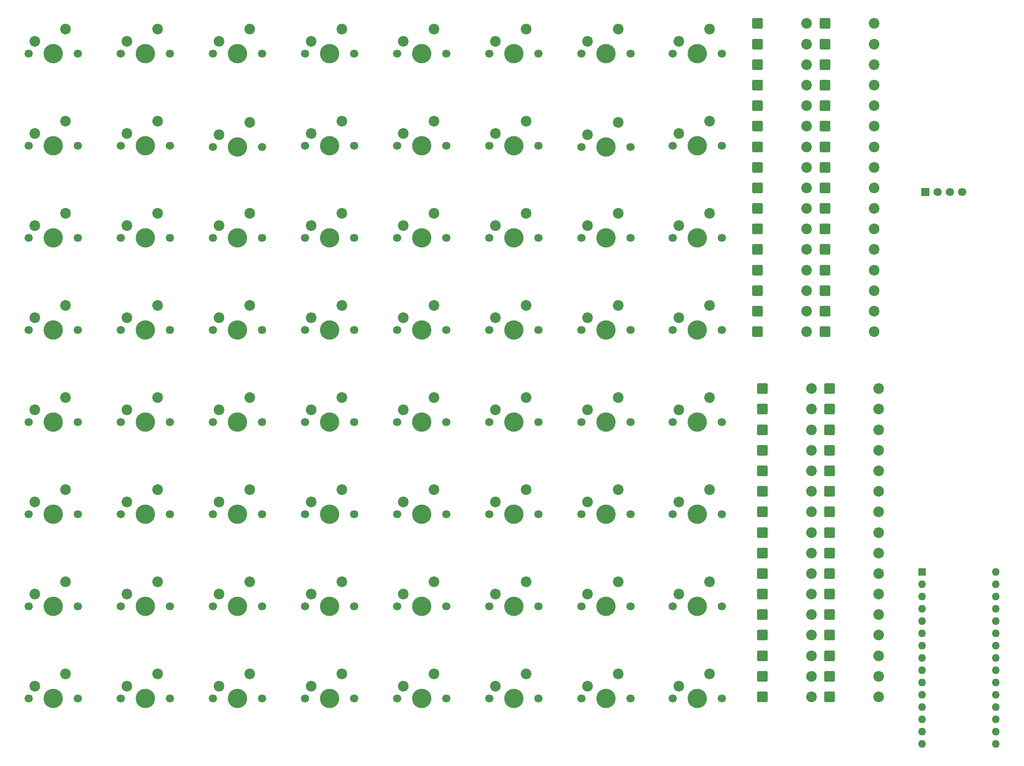
<source format=gbr>
%TF.GenerationSoftware,KiCad,Pcbnew,9.0.7*%
%TF.CreationDate,2026-02-25T16:19:16+04:00*%
%TF.ProjectId,Launchpad v1,4c61756e-6368-4706-9164-2076312e6b69,rev?*%
%TF.SameCoordinates,Original*%
%TF.FileFunction,Soldermask,Bot*%
%TF.FilePolarity,Negative*%
%FSLAX46Y46*%
G04 Gerber Fmt 4.6, Leading zero omitted, Abs format (unit mm)*
G04 Created by KiCad (PCBNEW 9.0.7) date 2026-02-25 16:19:16*
%MOMM*%
%LPD*%
G01*
G04 APERTURE LIST*
G04 Aperture macros list*
%AMRoundRect*
0 Rectangle with rounded corners*
0 $1 Rounding radius*
0 $2 $3 $4 $5 $6 $7 $8 $9 X,Y pos of 4 corners*
0 Add a 4 corners polygon primitive as box body*
4,1,4,$2,$3,$4,$5,$6,$7,$8,$9,$2,$3,0*
0 Add four circle primitives for the rounded corners*
1,1,$1+$1,$2,$3*
1,1,$1+$1,$4,$5*
1,1,$1+$1,$6,$7*
1,1,$1+$1,$8,$9*
0 Add four rect primitives between the rounded corners*
20,1,$1+$1,$2,$3,$4,$5,0*
20,1,$1+$1,$4,$5,$6,$7,0*
20,1,$1+$1,$6,$7,$8,$9,0*
20,1,$1+$1,$8,$9,$2,$3,0*%
G04 Aperture macros list end*
%ADD10RoundRect,0.249999X-0.850001X-0.850001X0.850001X-0.850001X0.850001X0.850001X-0.850001X0.850001X0*%
%ADD11C,2.200000*%
%ADD12C,1.700000*%
%ADD13C,4.000000*%
%ADD14RoundRect,0.170000X-0.680000X-0.680000X0.680000X-0.680000X0.680000X0.680000X-0.680000X0.680000X0*%
%ADD15R,1.600000X1.600000*%
%ADD16O,1.600000X1.600000*%
G04 APERTURE END LIST*
D10*
%TO.C,D49*%
X191868800Y-100193700D03*
D11*
X202028800Y-100193700D03*
%TD*%
D10*
%TO.C,D50*%
X191868800Y-104443700D03*
D11*
X202028800Y-104443700D03*
%TD*%
D10*
%TO.C,D55*%
X191868800Y-125693700D03*
D11*
X202028800Y-125693700D03*
%TD*%
D10*
%TO.C,D51*%
X191868800Y-108693700D03*
D11*
X202028800Y-108693700D03*
%TD*%
D10*
%TO.C,D54*%
X191868800Y-121443700D03*
D11*
X202028800Y-121443700D03*
%TD*%
D10*
%TO.C,D56*%
X191868800Y-129943700D03*
D11*
X202028800Y-129943700D03*
%TD*%
D10*
%TO.C,D63*%
X191868800Y-159693700D03*
D11*
X202028800Y-159693700D03*
%TD*%
D10*
%TO.C,D52*%
X191868800Y-112943700D03*
D11*
X202028800Y-112943700D03*
%TD*%
D10*
%TO.C,D53*%
X191868800Y-117193700D03*
D11*
X202028800Y-117193700D03*
%TD*%
D10*
%TO.C,D60*%
X191868800Y-146943700D03*
D11*
X202028800Y-146943700D03*
%TD*%
D10*
%TO.C,D61*%
X191868800Y-151193700D03*
D11*
X202028800Y-151193700D03*
%TD*%
D10*
%TO.C,D57*%
X191868800Y-134193700D03*
D11*
X202028800Y-134193700D03*
%TD*%
D10*
%TO.C,D58*%
X191868800Y-138443700D03*
D11*
X202028800Y-138443700D03*
%TD*%
D10*
%TO.C,D59*%
X191868800Y-142693700D03*
D11*
X202028800Y-142693700D03*
%TD*%
D10*
%TO.C,D62*%
X191868800Y-155443700D03*
D11*
X202028800Y-155443700D03*
%TD*%
%TO.C,SW59*%
X160710000Y-66516200D03*
X167060000Y-63976200D03*
D12*
X169600000Y-69056200D03*
D13*
X164520000Y-69056200D03*
D12*
X159440000Y-69056200D03*
%TD*%
%TO.C,SW57*%
X159440000Y-30956200D03*
D13*
X164520000Y-30956200D03*
D12*
X169600000Y-30956200D03*
D11*
X167060000Y-25876200D03*
X160710000Y-28416200D03*
%TD*%
D12*
%TO.C,SW58*%
X159440000Y-50006200D03*
D13*
X164520000Y-50006200D03*
D12*
X169600000Y-50006200D03*
D11*
X167060000Y-44926200D03*
X160710000Y-47466200D03*
%TD*%
%TO.C,SW60*%
X160710000Y-85566200D03*
X167060000Y-83026200D03*
D12*
X169600000Y-88106200D03*
D13*
X164520000Y-88106200D03*
D12*
X159440000Y-88106200D03*
%TD*%
D11*
%TO.C,D31*%
X201037500Y-84187500D03*
D10*
X190877500Y-84187500D03*
%TD*%
D11*
%TO.C,D35*%
X188118800Y-108693700D03*
D10*
X177958800Y-108693700D03*
%TD*%
D11*
%TO.C,D33*%
X188118800Y-100193700D03*
D10*
X177958800Y-100193700D03*
%TD*%
D11*
%TO.C,D40*%
X188118800Y-129943700D03*
D10*
X177958800Y-129943700D03*
%TD*%
D11*
%TO.C,D38*%
X188118800Y-121443700D03*
D10*
X177958800Y-121443700D03*
%TD*%
D11*
%TO.C,D43*%
X188118800Y-142693700D03*
D10*
X177958800Y-142693700D03*
%TD*%
D11*
%TO.C,D34*%
X188118800Y-104443700D03*
D10*
X177958800Y-104443700D03*
%TD*%
D11*
%TO.C,D36*%
X188118800Y-112943700D03*
D10*
X177958800Y-112943700D03*
%TD*%
D11*
%TO.C,D30*%
X201037500Y-79937500D03*
D10*
X190877500Y-79937500D03*
%TD*%
D11*
%TO.C,D32*%
X201037500Y-88437500D03*
D10*
X190877500Y-88437500D03*
%TD*%
D11*
%TO.C,D37*%
X188118800Y-117193700D03*
D10*
X177958800Y-117193700D03*
%TD*%
D11*
%TO.C,D39*%
X188118800Y-125693700D03*
D10*
X177958800Y-125693700D03*
%TD*%
D11*
%TO.C,D41*%
X188118800Y-134193700D03*
D10*
X177958800Y-134193700D03*
%TD*%
D11*
%TO.C,D42*%
X188118800Y-138443700D03*
D10*
X177958800Y-138443700D03*
%TD*%
D11*
%TO.C,D48*%
X188118800Y-163943700D03*
D10*
X177958800Y-163943700D03*
%TD*%
D11*
%TO.C,D44*%
X188118800Y-146943700D03*
D10*
X177958800Y-146943700D03*
%TD*%
D11*
%TO.C,D47*%
X188118800Y-159693700D03*
D10*
X177958800Y-159693700D03*
%TD*%
D11*
%TO.C,D46*%
X188118800Y-155443700D03*
D10*
X177958800Y-155443700D03*
%TD*%
D11*
%TO.C,D45*%
X188118800Y-151193700D03*
D10*
X177958800Y-151193700D03*
%TD*%
D11*
%TO.C,D64*%
X202028800Y-163943700D03*
D10*
X191868800Y-163943700D03*
%TD*%
D11*
%TO.C,D1*%
X187127500Y-24687500D03*
D10*
X176967500Y-24687500D03*
%TD*%
D11*
%TO.C,D5*%
X187127500Y-41687500D03*
D10*
X176967500Y-41687500D03*
%TD*%
D11*
%TO.C,D2*%
X187127500Y-28937500D03*
D10*
X176967500Y-28937500D03*
%TD*%
D11*
%TO.C,D8*%
X187127500Y-54437500D03*
D10*
X176967500Y-54437500D03*
%TD*%
D11*
%TO.C,D3*%
X187127500Y-33187500D03*
D10*
X176967500Y-33187500D03*
%TD*%
D11*
%TO.C,D4*%
X187127500Y-37437500D03*
D10*
X176967500Y-37437500D03*
%TD*%
D11*
%TO.C,D6*%
X187127500Y-45937500D03*
D10*
X176967500Y-45937500D03*
%TD*%
D11*
%TO.C,D7*%
X187127500Y-50187500D03*
D10*
X176967500Y-50187500D03*
%TD*%
D11*
%TO.C,D12*%
X187127500Y-71437500D03*
D10*
X176967500Y-71437500D03*
%TD*%
D11*
%TO.C,D13*%
X187127500Y-75687500D03*
D10*
X176967500Y-75687500D03*
%TD*%
D11*
%TO.C,D19*%
X201037500Y-33187500D03*
D10*
X190877500Y-33187500D03*
%TD*%
D11*
%TO.C,D17*%
X201037500Y-24687500D03*
D10*
X190877500Y-24687500D03*
%TD*%
D11*
%TO.C,D15*%
X187127500Y-84187500D03*
D10*
X176967500Y-84187500D03*
%TD*%
D11*
%TO.C,D14*%
X187127500Y-79937500D03*
D10*
X176967500Y-79937500D03*
%TD*%
D11*
%TO.C,D9*%
X187127500Y-58687500D03*
D10*
X176967500Y-58687500D03*
%TD*%
D11*
%TO.C,D10*%
X187127500Y-62937500D03*
D10*
X176967500Y-62937500D03*
%TD*%
D11*
%TO.C,D11*%
X187127500Y-67187500D03*
D10*
X176967500Y-67187500D03*
%TD*%
D11*
%TO.C,D16*%
X187127500Y-88437500D03*
D10*
X176967500Y-88437500D03*
%TD*%
D11*
%TO.C,D18*%
X201037500Y-28937500D03*
D10*
X190877500Y-28937500D03*
%TD*%
D11*
%TO.C,D24*%
X201037500Y-54437500D03*
D10*
X190877500Y-54437500D03*
%TD*%
D11*
%TO.C,D23*%
X201037500Y-50187500D03*
D10*
X190877500Y-50187500D03*
%TD*%
D11*
%TO.C,D26*%
X201037500Y-62937500D03*
D10*
X190877500Y-62937500D03*
%TD*%
D11*
%TO.C,D21*%
X201037500Y-41687500D03*
D10*
X190877500Y-41687500D03*
%TD*%
D11*
%TO.C,D22*%
X201037500Y-45937500D03*
D10*
X190877500Y-45937500D03*
%TD*%
D11*
%TO.C,D27*%
X201037500Y-67187500D03*
D10*
X190877500Y-67187500D03*
%TD*%
D11*
%TO.C,D28*%
X201037500Y-71437500D03*
D10*
X190877500Y-71437500D03*
%TD*%
D11*
%TO.C,D20*%
X201037500Y-37437500D03*
D10*
X190877500Y-37437500D03*
%TD*%
D11*
%TO.C,D25*%
X201037500Y-58687500D03*
D10*
X190877500Y-58687500D03*
%TD*%
D11*
%TO.C,D29*%
X201037500Y-75687500D03*
D10*
X190877500Y-75687500D03*
%TD*%
D12*
%TO.C,SW61*%
X159440000Y-107156200D03*
D13*
X164520000Y-107156200D03*
D12*
X169600000Y-107156200D03*
D11*
X167060000Y-102076200D03*
X160710000Y-104616200D03*
%TD*%
D12*
%TO.C,SW63*%
X159440000Y-145256200D03*
D13*
X164520000Y-145256200D03*
D12*
X169600000Y-145256200D03*
D11*
X167060000Y-140176200D03*
X160710000Y-142716200D03*
%TD*%
D12*
%TO.C,SW62*%
X159440000Y-126206200D03*
D13*
X164520000Y-126206200D03*
D12*
X169600000Y-126206200D03*
D11*
X167060000Y-121126200D03*
X160710000Y-123666200D03*
%TD*%
D12*
%TO.C,SW64*%
X159440000Y-164306200D03*
D13*
X164520000Y-164306200D03*
D12*
X169600000Y-164306200D03*
D11*
X167060000Y-159226200D03*
X160710000Y-161766200D03*
%TD*%
%TO.C,SW48*%
X122713800Y-161766200D03*
X129063800Y-159226200D03*
D12*
X131603800Y-164306200D03*
D13*
X126523800Y-164306200D03*
D12*
X121443800Y-164306200D03*
%TD*%
D11*
%TO.C,SW47*%
X122713800Y-142716200D03*
X129063800Y-140176200D03*
D12*
X131603800Y-145256200D03*
D13*
X126523800Y-145256200D03*
D12*
X121443800Y-145256200D03*
%TD*%
D11*
%TO.C,SW46*%
X122713800Y-123666200D03*
X129063800Y-121126200D03*
D12*
X131603800Y-126206200D03*
D13*
X126523800Y-126206200D03*
D12*
X121443800Y-126206200D03*
%TD*%
D11*
%TO.C,SW45*%
X122713800Y-104616200D03*
X129063800Y-102076200D03*
D12*
X131603800Y-107156200D03*
D13*
X126523800Y-107156200D03*
D12*
X121443800Y-107156200D03*
%TD*%
D11*
%TO.C,SW43*%
X122713800Y-66516200D03*
X129063800Y-63976200D03*
D12*
X131603800Y-69056200D03*
D13*
X126523800Y-69056200D03*
D12*
X121443800Y-69056200D03*
%TD*%
D11*
%TO.C,SW39*%
X103663800Y-142716200D03*
X110013800Y-140176200D03*
D12*
X112553800Y-145256200D03*
D13*
X107473800Y-145256200D03*
D12*
X102393800Y-145256200D03*
%TD*%
D11*
%TO.C,SW38*%
X103663800Y-123666200D03*
X110013800Y-121126200D03*
D12*
X112553800Y-126206200D03*
D13*
X107473800Y-126206200D03*
D12*
X102393800Y-126206200D03*
%TD*%
D11*
%TO.C,SW37*%
X103663800Y-104616200D03*
X110013800Y-102076200D03*
D12*
X112553800Y-107156200D03*
D13*
X107473800Y-107156200D03*
D12*
X102393800Y-107156200D03*
%TD*%
D11*
%TO.C,SW35*%
X103663800Y-66516200D03*
X110013800Y-63976200D03*
D12*
X112553800Y-69056200D03*
D13*
X107473800Y-69056200D03*
D12*
X102393800Y-69056200D03*
%TD*%
D11*
%TO.C,SW32*%
X84613800Y-161766200D03*
X90963800Y-159226200D03*
D12*
X93503800Y-164306200D03*
D13*
X88423800Y-164306200D03*
D12*
X83343800Y-164306200D03*
%TD*%
D11*
%TO.C,SW41*%
X122713800Y-28416200D03*
X129063800Y-25876200D03*
D12*
X131603800Y-30956200D03*
D13*
X126523800Y-30956200D03*
D12*
X121443800Y-30956200D03*
%TD*%
D11*
%TO.C,SW44*%
X122713800Y-85566200D03*
X129063800Y-83026200D03*
D12*
X131603800Y-88106200D03*
D13*
X126523800Y-88106200D03*
D12*
X121443800Y-88106200D03*
%TD*%
D11*
%TO.C,SW42*%
X122713800Y-47466200D03*
X129063800Y-44926200D03*
D12*
X131603800Y-50006200D03*
D13*
X126523800Y-50006200D03*
D12*
X121443800Y-50006200D03*
%TD*%
D11*
%TO.C,SW40*%
X103663800Y-161766200D03*
X110013800Y-159226200D03*
D12*
X112553800Y-164306200D03*
D13*
X107473800Y-164306200D03*
D12*
X102393800Y-164306200D03*
%TD*%
D11*
%TO.C,SW34*%
X103663800Y-47466200D03*
X110013800Y-44926200D03*
D12*
X112553800Y-50006200D03*
D13*
X107473800Y-50006200D03*
D12*
X102393800Y-50006200D03*
%TD*%
D11*
%TO.C,SW30*%
X84613800Y-123666200D03*
X90963800Y-121126200D03*
D12*
X93503800Y-126206200D03*
D13*
X88423800Y-126206200D03*
D12*
X83343800Y-126206200D03*
%TD*%
D11*
%TO.C,SW36*%
X103663800Y-85566200D03*
X110013800Y-83026200D03*
D12*
X112553800Y-88106200D03*
D13*
X107473800Y-88106200D03*
D12*
X102393800Y-88106200D03*
%TD*%
D11*
%TO.C,SW33*%
X103663800Y-28416200D03*
X110013800Y-25876200D03*
D12*
X112553800Y-30956200D03*
D13*
X107473800Y-30956200D03*
D12*
X102393800Y-30956200D03*
%TD*%
D11*
%TO.C,SW31*%
X84613800Y-142716200D03*
X90963800Y-140176200D03*
D12*
X93503800Y-145256200D03*
D13*
X88423800Y-145256200D03*
D12*
X83343800Y-145256200D03*
%TD*%
D11*
%TO.C,SW29*%
X84613800Y-104616200D03*
X90963800Y-102076200D03*
D12*
X93503800Y-107156200D03*
D13*
X88423800Y-107156200D03*
D12*
X83343800Y-107156200D03*
%TD*%
D11*
%TO.C,SW26*%
X84613800Y-47466200D03*
X90963800Y-44926200D03*
D12*
X93503800Y-50006200D03*
D13*
X88423800Y-50006200D03*
D12*
X83343800Y-50006200D03*
%TD*%
D11*
%TO.C,SW25*%
X84613800Y-28416200D03*
X90963800Y-25876200D03*
D12*
X93503800Y-30956200D03*
D13*
X88423800Y-30956200D03*
D12*
X83343800Y-30956200D03*
%TD*%
D11*
%TO.C,SW28*%
X84613800Y-85566200D03*
X90963800Y-83026200D03*
D12*
X93503800Y-88106200D03*
D13*
X88423800Y-88106200D03*
D12*
X83343800Y-88106200D03*
%TD*%
D11*
%TO.C,SW27*%
X84613800Y-66516200D03*
X90963800Y-63976200D03*
D12*
X93503800Y-69056200D03*
D13*
X88423800Y-69056200D03*
D12*
X83343800Y-69056200D03*
%TD*%
D11*
%TO.C,SW22*%
X65563800Y-123666200D03*
X71913800Y-121126200D03*
D12*
X74453800Y-126206200D03*
D13*
X69373800Y-126206200D03*
D12*
X64293800Y-126206200D03*
%TD*%
D11*
%TO.C,SW19*%
X65563800Y-66516200D03*
X71913800Y-63976200D03*
D12*
X74453800Y-69056200D03*
D13*
X69373800Y-69056200D03*
D12*
X64293800Y-69056200D03*
%TD*%
D11*
%TO.C,SW24*%
X65563800Y-161766200D03*
X71913800Y-159226200D03*
D12*
X74453800Y-164306200D03*
D13*
X69373800Y-164306200D03*
D12*
X64293800Y-164306200D03*
%TD*%
D11*
%TO.C,SW16*%
X46513800Y-161766200D03*
X52863800Y-159226200D03*
D12*
X55403800Y-164306200D03*
D13*
X50323800Y-164306200D03*
D12*
X45243800Y-164306200D03*
%TD*%
D11*
%TO.C,SW21*%
X65563800Y-104616200D03*
X71913800Y-102076200D03*
D12*
X74453800Y-107156200D03*
D13*
X69373800Y-107156200D03*
D12*
X64293800Y-107156200D03*
%TD*%
D11*
%TO.C,SW18*%
X65563800Y-47681200D03*
X71913800Y-45141200D03*
D12*
X74453800Y-50221200D03*
D13*
X69373800Y-50221200D03*
D12*
X64293800Y-50221200D03*
%TD*%
D11*
%TO.C,SW17*%
X65563800Y-28416200D03*
X71913800Y-25876200D03*
D12*
X74453800Y-30956200D03*
D13*
X69373800Y-30956200D03*
D12*
X64293800Y-30956200D03*
%TD*%
D11*
%TO.C,SW23*%
X65563800Y-142716200D03*
X71913800Y-140176200D03*
D12*
X74453800Y-145256200D03*
D13*
X69373800Y-145256200D03*
D12*
X64293800Y-145256200D03*
%TD*%
D11*
%TO.C,SW20*%
X65563800Y-85566200D03*
X71913800Y-83026200D03*
D12*
X74453800Y-88106200D03*
D13*
X69373800Y-88106200D03*
D12*
X64293800Y-88106200D03*
%TD*%
D11*
%TO.C,SW15*%
X46513800Y-142716200D03*
X52863800Y-140176200D03*
D12*
X55403800Y-145256200D03*
D13*
X50323800Y-145256200D03*
D12*
X45243800Y-145256200D03*
%TD*%
D11*
%TO.C,SW14*%
X46513800Y-123666200D03*
X52863800Y-121126200D03*
D12*
X55403800Y-126206200D03*
D13*
X50323800Y-126206200D03*
D12*
X45243800Y-126206200D03*
%TD*%
D11*
%TO.C,SW12*%
X46513800Y-85566200D03*
X52863800Y-83026200D03*
D12*
X55403800Y-88106200D03*
D13*
X50323800Y-88106200D03*
D12*
X45243800Y-88106200D03*
%TD*%
D11*
%TO.C,SW11*%
X46513800Y-66516200D03*
X52863800Y-63976200D03*
D12*
X55403800Y-69056200D03*
D13*
X50323800Y-69056200D03*
D12*
X45243800Y-69056200D03*
%TD*%
D11*
%TO.C,SW9*%
X46513800Y-28416200D03*
X52863800Y-25876200D03*
D12*
X55403800Y-30956200D03*
D13*
X50323800Y-30956200D03*
D12*
X45243800Y-30956200D03*
%TD*%
D11*
%TO.C,SW8*%
X27463800Y-161766200D03*
X33813800Y-159226200D03*
D12*
X36353800Y-164306200D03*
D13*
X31273800Y-164306200D03*
D12*
X26193800Y-164306200D03*
%TD*%
D11*
%TO.C,SW4*%
X27463800Y-85566200D03*
X33813800Y-83026200D03*
D12*
X36353800Y-88106200D03*
D13*
X31273800Y-88106200D03*
D12*
X26193800Y-88106200D03*
%TD*%
D11*
%TO.C,SW7*%
X27463800Y-142716200D03*
X33813800Y-140176200D03*
D12*
X36353800Y-145256200D03*
D13*
X31273800Y-145256200D03*
D12*
X26193800Y-145256200D03*
%TD*%
D11*
%TO.C,SW6*%
X27463800Y-123666200D03*
X33813800Y-121126200D03*
D12*
X36353800Y-126206200D03*
D13*
X31273800Y-126206200D03*
D12*
X26193800Y-126206200D03*
%TD*%
D11*
%TO.C,SW13*%
X46513800Y-104616200D03*
X52863800Y-102076200D03*
D12*
X55403800Y-107156200D03*
D13*
X50323800Y-107156200D03*
D12*
X45243800Y-107156200D03*
%TD*%
D11*
%TO.C,SW2*%
X27463800Y-47466200D03*
X33813800Y-44926200D03*
D12*
X36353800Y-50006200D03*
D13*
X31273800Y-50006200D03*
D12*
X26193800Y-50006200D03*
%TD*%
D11*
%TO.C,SW10*%
X46513800Y-47466200D03*
X52863800Y-44926200D03*
D12*
X55403800Y-50006200D03*
D13*
X50323800Y-50006200D03*
D12*
X45243800Y-50006200D03*
%TD*%
D11*
%TO.C,SW5*%
X27463800Y-104616200D03*
X33813800Y-102076200D03*
D12*
X36353800Y-107156200D03*
D13*
X31273800Y-107156200D03*
D12*
X26193800Y-107156200D03*
%TD*%
D11*
%TO.C,SW3*%
X27463800Y-66516200D03*
X33813800Y-63976200D03*
D12*
X36353800Y-69056200D03*
D13*
X31273800Y-69056200D03*
D12*
X26193800Y-69056200D03*
%TD*%
D11*
%TO.C,SW1*%
X27463800Y-28416200D03*
X33813800Y-25876200D03*
D12*
X36353800Y-30956200D03*
D13*
X31273800Y-30956200D03*
D12*
X26193800Y-30956200D03*
%TD*%
D11*
%TO.C,SW56*%
X141763800Y-161766200D03*
X148113800Y-159226200D03*
D12*
X150653800Y-164306200D03*
D13*
X145573800Y-164306200D03*
D12*
X140493800Y-164306200D03*
%TD*%
D11*
%TO.C,SW51*%
X141763800Y-66516200D03*
X148113800Y-63976200D03*
D12*
X150653800Y-69056200D03*
D13*
X145573800Y-69056200D03*
D12*
X140493800Y-69056200D03*
%TD*%
D11*
%TO.C,SW53*%
X141763800Y-104616200D03*
X148113800Y-102076200D03*
D12*
X150653800Y-107156200D03*
D13*
X145573800Y-107156200D03*
D12*
X140493800Y-107156200D03*
%TD*%
D11*
%TO.C,SW54*%
X141763800Y-123666200D03*
X148113800Y-121126200D03*
D12*
X150653800Y-126206200D03*
D13*
X145573800Y-126206200D03*
D12*
X140493800Y-126206200D03*
%TD*%
D11*
%TO.C,SW52*%
X141763800Y-85566200D03*
X148113800Y-83026200D03*
D12*
X150653800Y-88106200D03*
D13*
X145573800Y-88106200D03*
D12*
X140493800Y-88106200D03*
%TD*%
D11*
%TO.C,SW49*%
X141763800Y-28416200D03*
X148113800Y-25876200D03*
D12*
X150653800Y-30956200D03*
D13*
X145573800Y-30956200D03*
D12*
X140493800Y-30956200D03*
%TD*%
D11*
%TO.C,SW50*%
X141763800Y-47681200D03*
X148113800Y-45141200D03*
D12*
X150653800Y-50221200D03*
D13*
X145573800Y-50221200D03*
D12*
X140493800Y-50221200D03*
%TD*%
D11*
%TO.C,SW55*%
X141763800Y-142716200D03*
X148113800Y-140176200D03*
D12*
X150653800Y-145256200D03*
D13*
X145573800Y-145256200D03*
D12*
X140493800Y-145256200D03*
%TD*%
D14*
%TO.C,U1*%
X211613800Y-59531200D03*
D12*
X214153800Y-59531200D03*
X216693800Y-59531200D03*
X219233800Y-59531200D03*
%TD*%
D15*
%TO.C,A1*%
X210978800Y-138112500D03*
D16*
X210978800Y-140652500D03*
X210978800Y-143192500D03*
X210978800Y-145732500D03*
X210978800Y-148272500D03*
X210978800Y-150812500D03*
X210978800Y-153352500D03*
X210978800Y-155892500D03*
X210978800Y-158432500D03*
X210978800Y-160972500D03*
X210978800Y-163512500D03*
X210978800Y-166052500D03*
X210978800Y-168592500D03*
X210978800Y-171132500D03*
X210978800Y-173672500D03*
X226218800Y-173672500D03*
X226218800Y-171132500D03*
X226218800Y-168592500D03*
X226218800Y-166052500D03*
X226218800Y-163512500D03*
X226218800Y-160972500D03*
X226218800Y-158432500D03*
X226218800Y-155892500D03*
X226218800Y-153352500D03*
X226218800Y-150812500D03*
X226218800Y-148272500D03*
X226218800Y-145732500D03*
X226218800Y-143192500D03*
X226218800Y-140652500D03*
X226218800Y-138112500D03*
%TD*%
M02*

</source>
